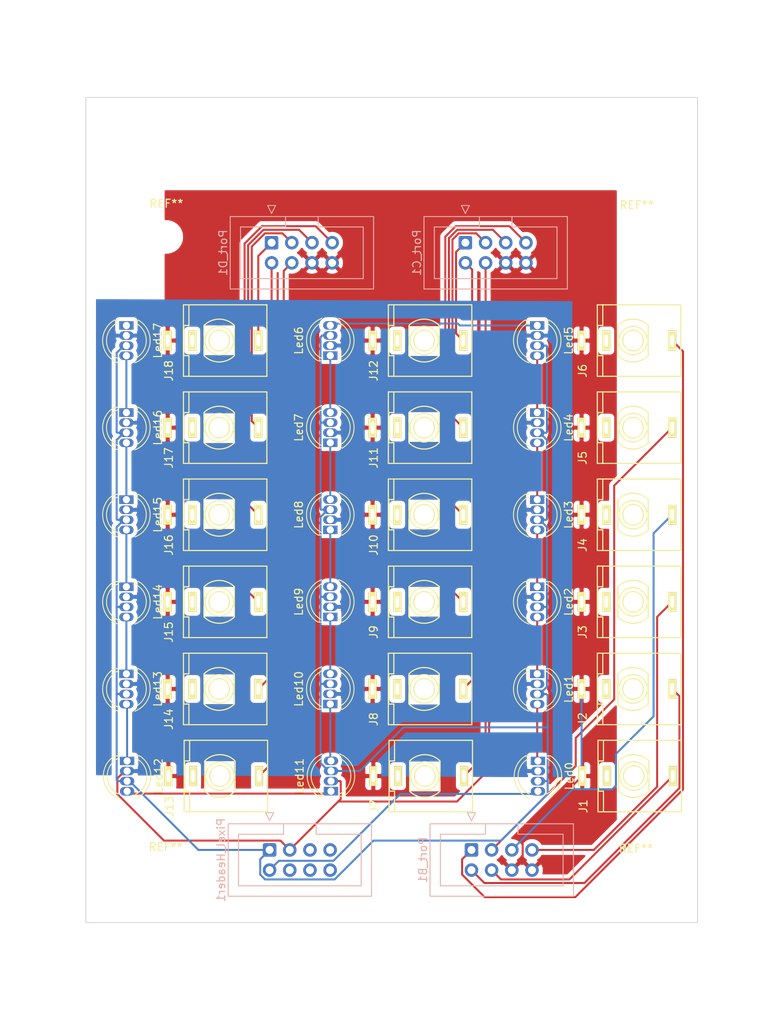
<source format=kicad_pcb>
(kicad_pcb (version 20171130) (host pcbnew "(5.1.6)-1")
  (layers (0 F.Cu signal) (31 B.Cu signal) (34 B.Paste user) (35 F.Paste user) (36 B.SilkS user) (37 F.SilkS user) (38 B.Mask user) (39 F.Mask user) (44 Edge.Cuts user))
  (net 0 "")
  (net 1 GND)
  (net 2 Port_B_4)
  (net 3 Port_B_5)
  (net 4 Port_B_3)
  (net 5 Port_B_2)
  (net 6 Port_B_1)
  (net 7 Port_B_0)
  (net 8 Port_C_4)
  (net 9 Port_C_5)
  (net 10 Port_C_3)
  (net 11 Port_C_2)
  (net 12 Port_C_1)
  (net 13 Port_C_0)
  (net 14 Port_D_4)
  (net 15 Port_D_5)
  (net 16 Port_D_3)
  (net 17 Port_D_2)
  (net 18 Port_D_1)
  (net 19 Port_D_0)
  (net 20 "Net-(Led0-Pad1)")
  (net 21 Pixel_GND)
  (net 22 Pixel_Data)
  (net 23 Pixel_VDD)
  (net 24 "Net-(Led1-Pad1)")
  (net 25 "Net-(Led2-Pad1)")
  (net 26 "Net-(Led3-Pad1)")
  (net 27 "Net-(Led5-Pad1)")
  (net 28 "Net-(Led6-Pad1)")
  (net 29 "Net-(Led10-Pad1)")
  (net 30 "Net-(Led10-Pad4)")
  (net 31 "Net-(Led11-Pad1)")
  (net 32 "Net-(Led12-Pad1)")
  (net 33 "Net-(Led14-Pad1)")
  (net 34 "Net-(Led15-Pad1)")
  (net 35 "Net-(Led4-Pad1)")
  (net 36 "Net-(Led13-Pad1)")
  (net 37 "Net-(Led16-Pad1)")
  (net 38 "Net-(Led7-Pad1)")
  (net 39 "Net-(Led8-Pad1)")
  (module MountingHole:MountingHole_3.2mm_M3 (layer F.Cu) (at -542.938 137.682)
    (fp_text reference REF** (at 0 -4.2) (layer F.SilkS))
    (fp_text value MountingHole_3.2mm_M3)
    (pad 1 np_thru_hole circle (at 0 0) (size 3.2 3.2) (drill 3.2) (layers *.Cu *.Mask))
  )
  (module MountingHole:MountingHole_3.2mm_M3 (layer F.Cu) (at -483.758 137.862)
    (fp_text reference REF** (at 0 -4.2) (layer F.SilkS))
    (fp_text value MountingHole_3.2mm_M3)
    (pad 1 np_thru_hole circle (at 0 0) (size 3.2 3.2) (drill 3.2) (layers *.Cu *.Mask))
  )
  (module MountingHole:MountingHole_3.2mm_M3 (layer F.Cu) (at -483.668 56.842)
    (fp_text reference REF** (at 0 -4.2) (layer F.SilkS))
    (fp_text value MountingHole_3.2mm_M3)
    (pad 1 np_thru_hole circle (at 0 0) (size 3.2 3.2) (drill 3.2) (layers *.Cu *.Mask))
  )
  (module MountingHole:MountingHole_3.2mm_M3 (layer F.Cu) (at -542.848 56.662)
    (fp_text reference REF** (at 0 -4.2) (layer F.SilkS))
    (fp_text value MountingHole_3.2mm_M3)
    (pad 1 np_thru_hole circle (at 0 0) (size 3.2 3.2) (drill 3.2) (layers *.Cu *.Mask))
  )
  (module Connector_IDC:IDC-Header_2x04_P2.54mm_Vertical (layer B.Cu) (at -529.854 133.8418 270)
    (fp_text reference Pixel_Header1 (at 1.27 6.1 90) (layer B.SilkS) (effects (justify mirror)))
    (fp_text value Conn_02x04_Odd_Even)
    (pad 8 thru_hole circle (at 2.54 -7.62 270) (size 1.7 1.7) (drill 1) (layers *.Cu *.Mask))
    (pad 6 thru_hole circle (at 2.54 -5.08 270) (size 1.7 1.7) (drill 1) (layers *.Cu *.Mask))
    (pad 4 thru_hole circle (at 2.54 -2.54 270) (size 1.7 1.7) (drill 1) (layers *.Cu *.Mask))
    (pad 2 thru_hole circle (at 2.54 0 270) (size 1.7 1.7) (drill 1) (layers *.Cu *.Mask) (net 22 Pixel_Data))
    (pad 7 thru_hole circle (at 0 -7.62 270) (size 1.7 1.7) (drill 1) (layers *.Cu *.Mask))
    (pad 5 thru_hole circle (at 0 -5.08 270) (size 1.7 1.7) (drill 1) (layers *.Cu *.Mask))
    (pad 3 thru_hole circle (at 0 -2.54 270) (size 1.7 1.7) (drill 1) (layers *.Cu *.Mask) (net 21 Pixel_GND))
    (pad 1 thru_hole roundrect (at 0 0 270) (size 1.7 1.7) (drill 1) (layers *.Cu *.Mask) (roundrect_rratio 0.147059) (net 23 Pixel_VDD))
  )
  (module LEDs:LED_D5.0mm-4 (layer F.Cu) (at -547.8718 67.81003 270)
    (fp_text reference Led17 (at 1.905 -3.96 90) (layer F.SilkS))
    (fp_text value NeoPixel_THT)
    (pad 4 thru_hole oval (at 3.81 0 270) (size 1.07 1.8) (drill 0.9) (layers *.Cu *.Mask) (net 37 "Net-(Led16-Pad1)"))
    (pad 3 thru_hole oval (at 2.54 0 270) (size 1.07 1.8) (drill 0.9) (layers *.Cu *.Mask) (net 23 Pixel_VDD))
    (pad 2 thru_hole oval (at 1.27 0 270) (size 1.07 1.8) (drill 0.9) (layers *.Cu *.Mask) (net 21 Pixel_GND))
    (pad 1 thru_hole rect (at 0 0 270) (size 1.07 1.8) (drill 0.9) (layers *.Cu *.Mask))
  )
  (module LEDs:LED_D5.0mm-4 (layer F.Cu) (at -547.8718 78.776284 270)
    (fp_text reference Led16 (at 1.905 -3.96 90) (layer F.SilkS))
    (fp_text value NeoPixel_THT)
    (pad 4 thru_hole oval (at 3.81 0 270) (size 1.07 1.8) (drill 0.9) (layers *.Cu *.Mask) (net 34 "Net-(Led15-Pad1)"))
    (pad 3 thru_hole oval (at 2.54 0 270) (size 1.07 1.8) (drill 0.9) (layers *.Cu *.Mask) (net 23 Pixel_VDD))
    (pad 2 thru_hole oval (at 1.27 0 270) (size 1.07 1.8) (drill 0.9) (layers *.Cu *.Mask) (net 21 Pixel_GND))
    (pad 1 thru_hole rect (at 0 0 270) (size 1.07 1.8) (drill 0.9) (layers *.Cu *.Mask) (net 37 "Net-(Led16-Pad1)"))
  )
  (module LEDs:LED_D5.0mm-4 (layer F.Cu) (at -547.8718 89.742538 270)
    (fp_text reference Led15 (at 1.905 -3.96 90) (layer F.SilkS))
    (fp_text value NeoPixel_THT)
    (pad 4 thru_hole oval (at 3.81 0 270) (size 1.07 1.8) (drill 0.9) (layers *.Cu *.Mask) (net 33 "Net-(Led14-Pad1)"))
    (pad 3 thru_hole oval (at 2.54 0 270) (size 1.07 1.8) (drill 0.9) (layers *.Cu *.Mask) (net 23 Pixel_VDD))
    (pad 2 thru_hole oval (at 1.27 0 270) (size 1.07 1.8) (drill 0.9) (layers *.Cu *.Mask) (net 21 Pixel_GND))
    (pad 1 thru_hole rect (at 0 0 270) (size 1.07 1.8) (drill 0.9) (layers *.Cu *.Mask) (net 34 "Net-(Led15-Pad1)"))
  )
  (module LEDs:LED_D5.0mm-4 (layer F.Cu) (at -547.8718 100.708792 270)
    (fp_text reference Led14 (at 1.905 -3.96 90) (layer F.SilkS))
    (fp_text value NeoPixel_THT)
    (pad 4 thru_hole oval (at 3.81 0 270) (size 1.07 1.8) (drill 0.9) (layers *.Cu *.Mask) (net 36 "Net-(Led13-Pad1)"))
    (pad 3 thru_hole oval (at 2.54 0 270) (size 1.07 1.8) (drill 0.9) (layers *.Cu *.Mask) (net 23 Pixel_VDD))
    (pad 2 thru_hole oval (at 1.27 0 270) (size 1.07 1.8) (drill 0.9) (layers *.Cu *.Mask) (net 21 Pixel_GND))
    (pad 1 thru_hole rect (at 0 0 270) (size 1.07 1.8) (drill 0.9) (layers *.Cu *.Mask) (net 33 "Net-(Led14-Pad1)"))
  )
  (module LEDs:LED_D5.0mm-4 (layer F.Cu) (at -547.8718 111.675046 270)
    (fp_text reference Led13 (at 1.905 -3.96 90) (layer F.SilkS))
    (fp_text value NeoPixel_THT)
    (pad 4 thru_hole oval (at 3.81 0 270) (size 1.07 1.8) (drill 0.9) (layers *.Cu *.Mask) (net 32 "Net-(Led12-Pad1)"))
    (pad 3 thru_hole oval (at 2.54 0 270) (size 1.07 1.8) (drill 0.9) (layers *.Cu *.Mask) (net 23 Pixel_VDD))
    (pad 2 thru_hole oval (at 1.27 0 270) (size 1.07 1.8) (drill 0.9) (layers *.Cu *.Mask) (net 21 Pixel_GND))
    (pad 1 thru_hole rect (at 0 0 270) (size 1.07 1.8) (drill 0.9) (layers *.Cu *.Mask) (net 36 "Net-(Led13-Pad1)"))
  )
  (module LEDs:LED_D5.0mm-4 (layer F.Cu) (at -547.7829 122.6413 270)
    (fp_text reference Led12 (at 1.905 -3.96 90) (layer F.SilkS))
    (fp_text value NeoPixel_THT)
    (pad 4 thru_hole oval (at 3.81 0 270) (size 1.07 1.8) (drill 0.9) (layers *.Cu *.Mask) (net 31 "Net-(Led11-Pad1)"))
    (pad 3 thru_hole oval (at 2.54 0 270) (size 1.07 1.8) (drill 0.9) (layers *.Cu *.Mask) (net 23 Pixel_VDD))
    (pad 2 thru_hole oval (at 1.27 0 270) (size 1.07 1.8) (drill 0.9) (layers *.Cu *.Mask) (net 21 Pixel_GND))
    (pad 1 thru_hole rect (at 0 0 270) (size 1.07 1.8) (drill 0.9) (layers *.Cu *.Mask) (net 32 "Net-(Led12-Pad1)"))
  )
  (module LEDs:LED_D5.0mm-4 (layer F.Cu) (at -522.1289 126.4413 90)
    (fp_text reference Led11 (at 1.905 -3.96 90) (layer F.SilkS))
    (fp_text value NeoPixel_THT)
    (pad 4 thru_hole oval (at 3.81 0 90) (size 1.07 1.8) (drill 0.9) (layers *.Cu *.Mask) (net 29 "Net-(Led10-Pad1)"))
    (pad 3 thru_hole oval (at 2.54 0 90) (size 1.07 1.8) (drill 0.9) (layers *.Cu *.Mask) (net 23 Pixel_VDD))
    (pad 2 thru_hole oval (at 1.27 0 90) (size 1.07 1.8) (drill 0.9) (layers *.Cu *.Mask) (net 21 Pixel_GND))
    (pad 1 thru_hole rect (at 0 0 90) (size 1.07 1.8) (drill 0.9) (layers *.Cu *.Mask) (net 31 "Net-(Led11-Pad1)"))
  )
  (module LEDs:LED_D5.0mm-4 (layer F.Cu) (at -522.2178 115.475046 90)
    (fp_text reference Led10 (at 1.905 -3.96 90) (layer F.SilkS))
    (fp_text value NeoPixel_THT)
    (pad 4 thru_hole oval (at 3.81 0 90) (size 1.07 1.8) (drill 0.9) (layers *.Cu *.Mask) (net 30 "Net-(Led10-Pad4)"))
    (pad 3 thru_hole oval (at 2.54 0 90) (size 1.07 1.8) (drill 0.9) (layers *.Cu *.Mask) (net 23 Pixel_VDD))
    (pad 2 thru_hole oval (at 1.27 0 90) (size 1.07 1.8) (drill 0.9) (layers *.Cu *.Mask) (net 21 Pixel_GND))
    (pad 1 thru_hole rect (at 0 0 90) (size 1.07 1.8) (drill 0.9) (layers *.Cu *.Mask) (net 29 "Net-(Led10-Pad1)"))
  )
  (module LEDs:LED_D5.0mm-4 (layer F.Cu) (at -522.2178 104.508792 90)
    (fp_text reference Led9 (at 1.905 -3.96 90) (layer F.SilkS))
    (fp_text value NeoPixel_THT)
    (pad 4 thru_hole oval (at 3.81 0 90) (size 1.07 1.8) (drill 0.9) (layers *.Cu *.Mask) (net 39 "Net-(Led8-Pad1)"))
    (pad 3 thru_hole oval (at 2.54 0 90) (size 1.07 1.8) (drill 0.9) (layers *.Cu *.Mask) (net 23 Pixel_VDD))
    (pad 2 thru_hole oval (at 1.27 0 90) (size 1.07 1.8) (drill 0.9) (layers *.Cu *.Mask) (net 21 Pixel_GND))
    (pad 1 thru_hole rect (at 0 0 90) (size 1.07 1.8) (drill 0.9) (layers *.Cu *.Mask) (net 30 "Net-(Led10-Pad4)"))
  )
  (module LEDs:LED_D5.0mm-4 (layer F.Cu) (at -522.2178 93.542538 90)
    (fp_text reference Led8 (at 1.905 -3.96 90) (layer F.SilkS))
    (fp_text value NeoPixel_THT)
    (pad 4 thru_hole oval (at 3.81 0 90) (size 1.07 1.8) (drill 0.9) (layers *.Cu *.Mask) (net 38 "Net-(Led7-Pad1)"))
    (pad 3 thru_hole oval (at 2.54 0 90) (size 1.07 1.8) (drill 0.9) (layers *.Cu *.Mask) (net 23 Pixel_VDD))
    (pad 2 thru_hole oval (at 1.27 0 90) (size 1.07 1.8) (drill 0.9) (layers *.Cu *.Mask) (net 21 Pixel_GND))
    (pad 1 thru_hole rect (at 0 0 90) (size 1.07 1.8) (drill 0.9) (layers *.Cu *.Mask) (net 39 "Net-(Led8-Pad1)"))
  )
  (module LEDs:LED_D5.0mm-4 (layer F.Cu) (at -522.2178 82.576284 90)
    (fp_text reference Led7 (at 1.905 -3.96 90) (layer F.SilkS))
    (fp_text value NeoPixel_THT)
    (pad 4 thru_hole oval (at 3.81 0 90) (size 1.07 1.8) (drill 0.9) (layers *.Cu *.Mask) (net 28 "Net-(Led6-Pad1)"))
    (pad 3 thru_hole oval (at 2.54 0 90) (size 1.07 1.8) (drill 0.9) (layers *.Cu *.Mask) (net 23 Pixel_VDD))
    (pad 2 thru_hole oval (at 1.27 0 90) (size 1.07 1.8) (drill 0.9) (layers *.Cu *.Mask) (net 21 Pixel_GND))
    (pad 1 thru_hole rect (at 0 0 90) (size 1.07 1.8) (drill 0.9) (layers *.Cu *.Mask) (net 38 "Net-(Led7-Pad1)"))
  )
  (module LEDs:LED_D5.0mm-4 (layer F.Cu) (at -522.2178 71.61003 90)
    (fp_text reference Led6 (at 1.905 -3.96 90) (layer F.SilkS))
    (fp_text value NeoPixel_THT)
    (pad 4 thru_hole oval (at 3.81 0 90) (size 1.07 1.8) (drill 0.9) (layers *.Cu *.Mask) (net 27 "Net-(Led5-Pad1)"))
    (pad 3 thru_hole oval (at 2.54 0 90) (size 1.07 1.8) (drill 0.9) (layers *.Cu *.Mask) (net 23 Pixel_VDD))
    (pad 2 thru_hole oval (at 1.27 0 90) (size 1.07 1.8) (drill 0.9) (layers *.Cu *.Mask) (net 21 Pixel_GND))
    (pad 1 thru_hole rect (at 0 0 90) (size 1.07 1.8) (drill 0.9) (layers *.Cu *.Mask) (net 28 "Net-(Led6-Pad1)"))
  )
  (module LEDs:LED_D5.0mm-4 (layer F.Cu) (at -496.1764 67.81003 270)
    (fp_text reference Led5 (at 1.905 -3.96 90) (layer F.SilkS))
    (fp_text value NeoPixel_THT)
    (pad 4 thru_hole oval (at 3.81 0 270) (size 1.07 1.8) (drill 0.9) (layers *.Cu *.Mask) (net 35 "Net-(Led4-Pad1)"))
    (pad 3 thru_hole oval (at 2.54 0 270) (size 1.07 1.8) (drill 0.9) (layers *.Cu *.Mask) (net 23 Pixel_VDD))
    (pad 2 thru_hole oval (at 1.27 0 270) (size 1.07 1.8) (drill 0.9) (layers *.Cu *.Mask) (net 21 Pixel_GND))
    (pad 1 thru_hole rect (at 0 0 270) (size 1.07 1.8) (drill 0.9) (layers *.Cu *.Mask) (net 27 "Net-(Led5-Pad1)"))
  )
  (module LEDs:LED_D5.0mm-4 (layer F.Cu) (at -496.1764 78.776284 270)
    (fp_text reference Led4 (at 1.905 -3.96 90) (layer F.SilkS))
    (fp_text value NeoPixel_THT)
    (pad 4 thru_hole oval (at 3.81 0 270) (size 1.07 1.8) (drill 0.9) (layers *.Cu *.Mask) (net 26 "Net-(Led3-Pad1)"))
    (pad 3 thru_hole oval (at 2.54 0 270) (size 1.07 1.8) (drill 0.9) (layers *.Cu *.Mask) (net 23 Pixel_VDD))
    (pad 2 thru_hole oval (at 1.27 0 270) (size 1.07 1.8) (drill 0.9) (layers *.Cu *.Mask) (net 21 Pixel_GND))
    (pad 1 thru_hole rect (at 0 0 270) (size 1.07 1.8) (drill 0.9) (layers *.Cu *.Mask) (net 35 "Net-(Led4-Pad1)"))
  )
  (module LEDs:LED_D5.0mm-4 (layer F.Cu) (at -496.1764 89.742538 270)
    (fp_text reference Led3 (at 1.905 -3.96 90) (layer F.SilkS))
    (fp_text value NeoPixel_THT)
    (pad 4 thru_hole oval (at 3.81 0 270) (size 1.07 1.8) (drill 0.9) (layers *.Cu *.Mask) (net 25 "Net-(Led2-Pad1)"))
    (pad 3 thru_hole oval (at 2.54 0 270) (size 1.07 1.8) (drill 0.9) (layers *.Cu *.Mask) (net 23 Pixel_VDD))
    (pad 2 thru_hole oval (at 1.27 0 270) (size 1.07 1.8) (drill 0.9) (layers *.Cu *.Mask) (net 21 Pixel_GND))
    (pad 1 thru_hole rect (at 0 0 270) (size 1.07 1.8) (drill 0.9) (layers *.Cu *.Mask) (net 26 "Net-(Led3-Pad1)"))
  )
  (module LEDs:LED_D5.0mm-4 (layer F.Cu) (at -496.1764 100.708792 270)
    (fp_text reference Led2 (at 1.905 -3.96 90) (layer F.SilkS))
    (fp_text value NeoPixel_THT)
    (pad 4 thru_hole oval (at 3.81 0 270) (size 1.07 1.8) (drill 0.9) (layers *.Cu *.Mask) (net 24 "Net-(Led1-Pad1)"))
    (pad 3 thru_hole oval (at 2.54 0 270) (size 1.07 1.8) (drill 0.9) (layers *.Cu *.Mask) (net 23 Pixel_VDD))
    (pad 2 thru_hole oval (at 1.27 0 270) (size 1.07 1.8) (drill 0.9) (layers *.Cu *.Mask) (net 21 Pixel_GND))
    (pad 1 thru_hole rect (at 0 0 270) (size 1.07 1.8) (drill 0.9) (layers *.Cu *.Mask) (net 25 "Net-(Led2-Pad1)"))
  )
  (module LEDs:LED_D5.0mm-4 (layer F.Cu) (at -496.1764 111.675046 270)
    (fp_text reference Led1 (at 1.905 -3.96 90) (layer F.SilkS))
    (fp_text value NeoPixel_THT)
    (pad 4 thru_hole oval (at 3.81 0 270) (size 1.07 1.8) (drill 0.9) (layers *.Cu *.Mask) (net 20 "Net-(Led0-Pad1)"))
    (pad 3 thru_hole oval (at 2.54 0 270) (size 1.07 1.8) (drill 0.9) (layers *.Cu *.Mask) (net 23 Pixel_VDD))
    (pad 2 thru_hole oval (at 1.27 0 270) (size 1.07 1.8) (drill 0.9) (layers *.Cu *.Mask) (net 21 Pixel_GND))
    (pad 1 thru_hole rect (at 0 0 270) (size 1.07 1.8) (drill 0.9) (layers *.Cu *.Mask) (net 24 "Net-(Led1-Pad1)"))
  )
  (module LEDs:LED_D5.0mm-4 (layer F.Cu) (at -496.0875 122.6413 270)
    (fp_text reference Led0 (at 1.905 -3.96 90) (layer F.SilkS))
    (fp_text value NeoPixel_THT)
    (pad 4 thru_hole oval (at 3.81 0 270) (size 1.07 1.8) (drill 0.9) (layers *.Cu *.Mask) (net 22 Pixel_Data))
    (pad 3 thru_hole oval (at 2.54 0 270) (size 1.07 1.8) (drill 0.9) (layers *.Cu *.Mask) (net 23 Pixel_VDD))
    (pad 2 thru_hole oval (at 1.27 0 270) (size 1.07 1.8) (drill 0.9) (layers *.Cu *.Mask) (net 21 Pixel_GND))
    (pad 1 thru_hole rect (at 0 0 270) (size 1.07 1.8) (drill 0.9) (layers *.Cu *.Mask) (net 20 "Net-(Led0-Pad1)"))
  )
  (module Connector_IDC:IDC-Header_2x04_P2.54mm_Vertical (layer B.Cu) (at -529.6 57.3878 270)
    (fp_text reference Port_D1 (at 1.27 6.1 270) (layer B.SilkS) (effects (justify mirror)))
    (fp_text value Conn_02x04_Odd_Even)
    (pad 8 thru_hole circle (at 2.54 -7.62 270) (size 1.7 1.7) (drill 1) (layers *.Cu *.Mask) (net 1 GND))
    (pad 6 thru_hole circle (at 2.54 -5.08 270) (size 1.7 1.7) (drill 1) (layers *.Cu *.Mask) (net 1 GND))
    (pad 4 thru_hole circle (at 2.54 -2.54 270) (size 1.7 1.7) (drill 1) (layers *.Cu *.Mask) (net 15 Port_D_5))
    (pad 2 thru_hole circle (at 2.54 0 270) (size 1.7 1.7) (drill 1) (layers *.Cu *.Mask) (net 14 Port_D_4))
    (pad 7 thru_hole circle (at 0 -7.62 270) (size 1.7 1.7) (drill 1) (layers *.Cu *.Mask) (net 16 Port_D_3))
    (pad 5 thru_hole circle (at 0 -5.08 270) (size 1.7 1.7) (drill 1) (layers *.Cu *.Mask) (net 17 Port_D_2))
    (pad 3 thru_hole circle (at 0 -2.54 270) (size 1.7 1.7) (drill 1) (layers *.Cu *.Mask) (net 18 Port_D_1))
    (pad 1 thru_hole roundrect (at 0 0 270) (size 1.7 1.7) (drill 1) (layers *.Cu *.Mask) (roundrect_rratio 0.147059) (net 19 Port_D_0))
  )
  (module Connector_IDC:IDC-Header_2x04_P2.54mm_Vertical (layer B.Cu) (at -505.216 57.3878 270)
    (fp_text reference Port_C1 (at 1.27 6.1 270) (layer B.SilkS) (effects (justify mirror)))
    (fp_text value Conn_02x04_Odd_Even)
    (pad 8 thru_hole circle (at 2.54 -7.62 270) (size 1.7 1.7) (drill 1) (layers *.Cu *.Mask) (net 1 GND))
    (pad 6 thru_hole circle (at 2.54 -5.08 270) (size 1.7 1.7) (drill 1) (layers *.Cu *.Mask) (net 1 GND))
    (pad 4 thru_hole circle (at 2.54 -2.54 270) (size 1.7 1.7) (drill 1) (layers *.Cu *.Mask) (net 9 Port_C_5))
    (pad 2 thru_hole circle (at 2.54 0 270) (size 1.7 1.7) (drill 1) (layers *.Cu *.Mask) (net 8 Port_C_4))
    (pad 7 thru_hole circle (at 0 -7.62 270) (size 1.7 1.7) (drill 1) (layers *.Cu *.Mask) (net 10 Port_C_3))
    (pad 5 thru_hole circle (at 0 -5.08 270) (size 1.7 1.7) (drill 1) (layers *.Cu *.Mask) (net 11 Port_C_2))
    (pad 3 thru_hole circle (at 0 -2.54 270) (size 1.7 1.7) (drill 1) (layers *.Cu *.Mask) (net 12 Port_C_1))
    (pad 1 thru_hole roundrect (at 0 0 270) (size 1.7 1.7) (drill 1) (layers *.Cu *.Mask) (roundrect_rratio 0.147059) (net 13 Port_C_0))
  )
  (module Connector_IDC:IDC-Header_2x04_P2.54mm_Vertical (layer B.Cu) (at -504.454 133.8418 270)
    (fp_text reference Port_B1 (at 1.27 6.1 270) (layer B.SilkS) (effects (justify mirror)))
    (fp_text value Conn_02x04_Odd_Even)
    (pad 8 thru_hole circle (at 2.54 -7.62 270) (size 1.7 1.7) (drill 1) (layers *.Cu *.Mask) (net 1 GND))
    (pad 6 thru_hole circle (at 2.54 -5.08 270) (size 1.7 1.7) (drill 1) (layers *.Cu *.Mask) (net 1 GND))
    (pad 4 thru_hole circle (at 2.54 -2.54 270) (size 1.7 1.7) (drill 1) (layers *.Cu *.Mask) (net 3 Port_B_5))
    (pad 2 thru_hole circle (at 2.54 0 270) (size 1.7 1.7) (drill 1) (layers *.Cu *.Mask) (net 2 Port_B_4))
    (pad 7 thru_hole circle (at 0 -7.62 270) (size 1.7 1.7) (drill 1) (layers *.Cu *.Mask) (net 4 Port_B_3))
    (pad 5 thru_hole circle (at 0 -5.08 270) (size 1.7 1.7) (drill 1) (layers *.Cu *.Mask) (net 5 Port_B_2))
    (pad 3 thru_hole circle (at 0 -2.54 270) (size 1.7 1.7) (drill 1) (layers *.Cu *.Mask) (net 6 Port_B_1))
    (pad 1 thru_hole roundrect (at 0 0 270) (size 1.7 1.7) (drill 1) (layers *.Cu *.Mask) (roundrect_rratio 0.147059) (net 7 Port_B_0))
  )
  (module footprints:thonkiconn_fuzzySi (layer F.Cu) (at -536.194198 69.71003 270)
    (fp_text reference J18 (at 3.81 6.35 90) (layer F.SilkS))
    (fp_text value fuzzySI_thonkiconn hide)
    (pad 1 thru_hole rect (at 0 6.48 270) (size 2.5 1) (drill oval 1.5 0.5) (layers *.Cu *.Mask F.SilkS) (net 1 GND))
    (pad 2 thru_hole rect (at 0 3.38 270) (size 2.5 1) (drill oval 1.5 0.5) (layers *.Cu *.Mask F.SilkS))
    (pad 3 thru_hole rect (at 0 -4.92 270) (size 2.5 1) (drill oval 1.5 0.5) (layers *.Cu *.Mask F.SilkS) (net 19 Port_D_0))
  )
  (module footprints:thonkiconn_fuzzySi (layer F.Cu) (at -536.194198 80.676284 270)
    (fp_text reference J17 (at 3.81 6.35 90) (layer F.SilkS))
    (fp_text value fuzzySI_thonkiconn hide)
    (pad 1 thru_hole rect (at 0 6.48 270) (size 2.5 1) (drill oval 1.5 0.5) (layers *.Cu *.Mask F.SilkS) (net 1 GND))
    (pad 2 thru_hole rect (at 0 3.38 270) (size 2.5 1) (drill oval 1.5 0.5) (layers *.Cu *.Mask F.SilkS))
    (pad 3 thru_hole rect (at 0 -4.92 270) (size 2.5 1) (drill oval 1.5 0.5) (layers *.Cu *.Mask F.SilkS) (net 18 Port_D_1))
  )
  (module footprints:thonkiconn_fuzzySi (layer F.Cu) (at -536.194198 91.642538 270)
    (fp_text reference J16 (at 3.81 6.35 90) (layer F.SilkS))
    (fp_text value fuzzySI_thonkiconn hide)
    (pad 1 thru_hole rect (at 0 6.48 270) (size 2.5 1) (drill oval 1.5 0.5) (layers *.Cu *.Mask F.SilkS) (net 1 GND))
    (pad 2 thru_hole rect (at 0 3.38 270) (size 2.5 1) (drill oval 1.5 0.5) (layers *.Cu *.Mask F.SilkS))
    (pad 3 thru_hole rect (at 0 -4.92 270) (size 2.5 1) (drill oval 1.5 0.5) (layers *.Cu *.Mask F.SilkS) (net 17 Port_D_2))
  )
  (module footprints:thonkiconn_fuzzySi (layer F.Cu) (at -536.194198 102.608792 270)
    (fp_text reference J15 (at 3.81 6.35 90) (layer F.SilkS))
    (fp_text value fuzzySI_thonkiconn hide)
    (pad 1 thru_hole rect (at 0 6.48 270) (size 2.5 1) (drill oval 1.5 0.5) (layers *.Cu *.Mask F.SilkS) (net 1 GND))
    (pad 2 thru_hole rect (at 0 3.38 270) (size 2.5 1) (drill oval 1.5 0.5) (layers *.Cu *.Mask F.SilkS))
    (pad 3 thru_hole rect (at 0 -4.92 270) (size 2.5 1) (drill oval 1.5 0.5) (layers *.Cu *.Mask F.SilkS) (net 16 Port_D_3))
  )
  (module footprints:thonkiconn_fuzzySi (layer F.Cu) (at -536.194198 113.575046 270)
    (fp_text reference J14 (at 3.81 6.35 90) (layer F.SilkS))
    (fp_text value fuzzySI_thonkiconn hide)
    (pad 1 thru_hole rect (at 0 6.48 270) (size 2.5 1) (drill oval 1.5 0.5) (layers *.Cu *.Mask F.SilkS) (net 1 GND))
    (pad 2 thru_hole rect (at 0 3.38 270) (size 2.5 1) (drill oval 1.5 0.5) (layers *.Cu *.Mask F.SilkS))
    (pad 3 thru_hole rect (at 0 -4.92 270) (size 2.5 1) (drill oval 1.5 0.5) (layers *.Cu *.Mask F.SilkS) (net 14 Port_D_4))
  )
  (module footprints:thonkiconn_fuzzySi (layer F.Cu) (at -536.105298 124.5413 270)
    (fp_text reference J13 (at 3.81 6.35 90) (layer F.SilkS))
    (fp_text value fuzzySI_thonkiconn hide)
    (pad 1 thru_hole rect (at 0 6.48 270) (size 2.5 1) (drill oval 1.5 0.5) (layers *.Cu *.Mask F.SilkS) (net 1 GND))
    (pad 2 thru_hole rect (at 0 3.38 270) (size 2.5 1) (drill oval 1.5 0.5) (layers *.Cu *.Mask F.SilkS))
    (pad 3 thru_hole rect (at 0 -4.92 270) (size 2.5 1) (drill oval 1.5 0.5) (layers *.Cu *.Mask F.SilkS) (net 15 Port_D_5))
  )
  (module footprints:thonkiconn_fuzzySi (layer F.Cu) (at -510.409999 69.71003 270)
    (fp_text reference J12 (at 3.81 6.35 90) (layer F.SilkS))
    (fp_text value fuzzySI_thonkiconn hide)
    (pad 1 thru_hole rect (at 0 6.48 270) (size 2.5 1) (drill oval 1.5 0.5) (layers *.Cu *.Mask F.SilkS) (net 1 GND))
    (pad 2 thru_hole rect (at 0 3.38 270) (size 2.5 1) (drill oval 1.5 0.5) (layers *.Cu *.Mask F.SilkS))
    (pad 3 thru_hole rect (at 0 -4.92 270) (size 2.5 1) (drill oval 1.5 0.5) (layers *.Cu *.Mask F.SilkS) (net 13 Port_C_0))
  )
  (module footprints:thonkiconn_fuzzySi (layer F.Cu) (at -510.409999 80.676284 270)
    (fp_text reference J11 (at 3.81 6.35 90) (layer F.SilkS))
    (fp_text value fuzzySI_thonkiconn hide)
    (pad 1 thru_hole rect (at 0 6.48 270) (size 2.5 1) (drill oval 1.5 0.5) (layers *.Cu *.Mask F.SilkS) (net 1 GND))
    (pad 2 thru_hole rect (at 0 3.38 270) (size 2.5 1) (drill oval 1.5 0.5) (layers *.Cu *.Mask F.SilkS))
    (pad 3 thru_hole rect (at 0 -4.92 270) (size 2.5 1) (drill oval 1.5 0.5) (layers *.Cu *.Mask F.SilkS) (net 12 Port_C_1))
  )
  (module footprints:thonkiconn_fuzzySi (layer F.Cu) (at -510.409999 91.642538 270)
    (fp_text reference J10 (at 3.81 6.35 90) (layer F.SilkS))
    (fp_text value fuzzySI_thonkiconn hide)
    (pad 1 thru_hole rect (at 0 6.48 270) (size 2.5 1) (drill oval 1.5 0.5) (layers *.Cu *.Mask F.SilkS) (net 1 GND))
    (pad 2 thru_hole rect (at 0 3.38 270) (size 2.5 1) (drill oval 1.5 0.5) (layers *.Cu *.Mask F.SilkS))
    (pad 3 thru_hole rect (at 0 -4.92 270) (size 2.5 1) (drill oval 1.5 0.5) (layers *.Cu *.Mask F.SilkS) (net 11 Port_C_2))
  )
  (module footprints:thonkiconn_fuzzySi (layer F.Cu) (at -510.409999 102.608792 270)
    (fp_text reference J9 (at 3.81 6.35 90) (layer F.SilkS))
    (fp_text value fuzzySI_thonkiconn hide)
    (pad 1 thru_hole rect (at 0 6.48 270) (size 2.5 1) (drill oval 1.5 0.5) (layers *.Cu *.Mask F.SilkS) (net 1 GND))
    (pad 2 thru_hole rect (at 0 3.38 270) (size 2.5 1) (drill oval 1.5 0.5) (layers *.Cu *.Mask F.SilkS))
    (pad 3 thru_hole rect (at 0 -4.92 270) (size 2.5 1) (drill oval 1.5 0.5) (layers *.Cu *.Mask F.SilkS) (net 10 Port_C_3))
  )
  (module footprints:thonkiconn_fuzzySi (layer F.Cu) (at -510.409999 113.575046 270)
    (fp_text reference J8 (at 3.81 6.35 90) (layer F.SilkS))
    (fp_text value fuzzySI_thonkiconn hide)
    (pad 1 thru_hole rect (at 0 6.48 270) (size 2.5 1) (drill oval 1.5 0.5) (layers *.Cu *.Mask F.SilkS) (net 1 GND))
    (pad 2 thru_hole rect (at 0 3.38 270) (size 2.5 1) (drill oval 1.5 0.5) (layers *.Cu *.Mask F.SilkS))
    (pad 3 thru_hole rect (at 0 -4.92 270) (size 2.5 1) (drill oval 1.5 0.5) (layers *.Cu *.Mask F.SilkS) (net 8 Port_C_4))
  )
  (module footprints:thonkiconn_fuzzySi (layer F.Cu) (at -510.321099 124.5413 270)
    (fp_text reference J7 (at 3.81 6.35 90) (layer F.SilkS))
    (fp_text value fuzzySI_thonkiconn hide)
    (pad 1 thru_hole rect (at 0 6.48 270) (size 2.5 1) (drill oval 1.5 0.5) (layers *.Cu *.Mask F.SilkS) (net 1 GND))
    (pad 2 thru_hole rect (at 0 3.38 270) (size 2.5 1) (drill oval 1.5 0.5) (layers *.Cu *.Mask F.SilkS))
    (pad 3 thru_hole rect (at 0 -4.92 270) (size 2.5 1) (drill oval 1.5 0.5) (layers *.Cu *.Mask F.SilkS) (net 9 Port_C_5))
  )
  (module footprints:thonkiconn_fuzzySi (layer F.Cu) (at -484.1178 69.71003 270)
    (fp_text reference J6 (at 3.81 6.35 90) (layer F.SilkS))
    (fp_text value fuzzySI_thonkiconn hide)
    (pad 1 thru_hole rect (at 0 6.48 270) (size 2.5 1) (drill oval 1.5 0.5) (layers *.Cu *.Mask F.SilkS) (net 1 GND))
    (pad 2 thru_hole rect (at 0 3.38 270) (size 2.5 1) (drill oval 1.5 0.5) (layers *.Cu *.Mask F.SilkS))
    (pad 3 thru_hole rect (at 0 -4.92 270) (size 2.5 1) (drill oval 1.5 0.5) (layers *.Cu *.Mask F.SilkS) (net 7 Port_B_0))
  )
  (module footprints:thonkiconn_fuzzySi (layer F.Cu) (at -484.1178 80.676284 270)
    (fp_text reference J5 (at 3.81 6.35 90) (layer F.SilkS))
    (fp_text value fuzzySI_thonkiconn hide)
    (pad 1 thru_hole rect (at 0 6.48 270) (size 2.5 1) (drill oval 1.5 0.5) (layers *.Cu *.Mask F.SilkS) (net 1 GND))
    (pad 2 thru_hole rect (at 0 3.38 270) (size 2.5 1) (drill oval 1.5 0.5) (layers *.Cu *.Mask F.SilkS))
    (pad 3 thru_hole rect (at 0 -4.92 270) (size 2.5 1) (drill oval 1.5 0.5) (layers *.Cu *.Mask F.SilkS) (net 6 Port_B_1))
  )
  (module footprints:thonkiconn_fuzzySi (layer F.Cu) (at -484.1178 91.642538 270)
    (fp_text reference J4 (at 3.81 6.35 90) (layer F.SilkS))
    (fp_text value fuzzySI_thonkiconn hide)
    (pad 1 thru_hole rect (at 0 6.48 270) (size 2.5 1) (drill oval 1.5 0.5) (layers *.Cu *.Mask F.SilkS) (net 1 GND))
    (pad 2 thru_hole rect (at 0 3.38 270) (size 2.5 1) (drill oval 1.5 0.5) (layers *.Cu *.Mask F.SilkS))
    (pad 3 thru_hole rect (at 0 -4.92 270) (size 2.5 1) (drill oval 1.5 0.5) (layers *.Cu *.Mask F.SilkS) (net 5 Port_B_2))
  )
  (module footprints:thonkiconn_fuzzySi (layer F.Cu) (at -484.1178 102.608792 270)
    (fp_text reference J3 (at 3.81 6.35 90) (layer F.SilkS))
    (fp_text value fuzzySI_thonkiconn hide)
    (pad 1 thru_hole rect (at 0 6.48 270) (size 2.5 1) (drill oval 1.5 0.5) (layers *.Cu *.Mask F.SilkS) (net 1 GND))
    (pad 2 thru_hole rect (at 0 3.38 270) (size 2.5 1) (drill oval 1.5 0.5) (layers *.Cu *.Mask F.SilkS))
    (pad 3 thru_hole rect (at 0 -4.92 270) (size 2.5 1) (drill oval 1.5 0.5) (layers *.Cu *.Mask F.SilkS) (net 4 Port_B_3))
  )
  (module footprints:thonkiconn_fuzzySi (layer F.Cu) (at -484.1178 113.575046 270)
    (fp_text reference J2 (at 3.81 6.35 90) (layer F.SilkS))
    (fp_text value fuzzySI_thonkiconn hide)
    (pad 1 thru_hole rect (at 0 6.48 270) (size 2.5 1) (drill oval 1.5 0.5) (layers *.Cu *.Mask F.SilkS) (net 1 GND))
    (pad 2 thru_hole rect (at 0 3.38 270) (size 2.5 1) (drill oval 1.5 0.5) (layers *.Cu *.Mask F.SilkS))
    (pad 3 thru_hole rect (at 0 -4.92 270) (size 2.5 1) (drill oval 1.5 0.5) (layers *.Cu *.Mask F.SilkS) (net 2 Port_B_4))
  )
  (module footprints:thonkiconn_fuzzySi (layer F.Cu) (at -484.0289 124.5413 270)
    (fp_text reference J1 (at 3.81 6.35 90) (layer F.SilkS))
    (fp_text value fuzzySI_thonkiconn hide)
    (pad 1 thru_hole rect (at 0 6.48 270) (size 2.5 1) (drill oval 1.5 0.5) (layers *.Cu *.Mask F.SilkS) (net 1 GND))
    (pad 2 thru_hole rect (at 0 3.38 270) (size 2.5 1) (drill oval 1.5 0.5) (layers *.Cu *.Mask F.SilkS))
    (pad 3 thru_hole rect (at 0 -4.92 270) (size 2.5 1) (drill oval 1.5 0.5) (layers *.Cu *.Mask F.SilkS) (net 3 Port_B_5))
  )
  (gr_line (start -476.006 39.0998) (end -476.006 142.9858) (layer Edge.Cuts) (width 0.1))
  (gr_line (start -552.968 39.0998) (end -476.006 39.0998) (layer Edge.Cuts) (width 0.1))
  (gr_line (start -552.968 142.9858) (end -552.968 39.0998) (layer Edge.Cuts) (width 0.1))
  (gr_line (start -476.006 142.9858) (end -552.968 142.9858) (layer Edge.Cuts) (width 0.1))
  (segment (start -498.009001 135.206799) (end -496.834 136.3818) (width 0.25) (layer F.Cu) (net 1))
  (segment (start -498.009001 132.041401) (end -498.009001 135.206799) (width 0.25) (layer F.Cu) (net 1))
  (segment (start -490.5089 124.5413) (end -498.009001 132.041401) (width 0.25) (layer F.Cu) (net 1))
  (segment (start -490.5978 124.4524) (end -490.5089 124.5413) (width 0.25) (layer B.Cu) (net 1))
  (segment (start -490.5978 113.575046) (end -490.5978 124.4524) (width 0.25) (layer B.Cu) (net 1))
  (segment (start -478.283899 114.488947) (end -479.1978 113.575046) (width 0.25) (layer F.Cu) (net 2))
  (segment (start -478.283899 126.051301) (end -478.283899 114.488947) (width 0.25) (layer F.Cu) (net 2))
  (segment (start -490.239408 138.00681) (end -478.283899 126.051301) (width 0.25) (layer F.Cu) (net 2))
  (segment (start -502.82899 138.00681) (end -490.239408 138.00681) (width 0.25) (layer F.Cu) (net 2))
  (segment (start -504.454 136.3818) (end -502.82899 138.00681) (width 0.25) (layer F.Cu) (net 2))
  (segment (start -492.124401 137.556801) (end -479.1089 124.5413) (width 0.25) (layer F.Cu) (net 3))
  (segment (start -500.738999 137.556801) (end -492.124401 137.556801) (width 0.25) (layer F.Cu) (net 3))
  (segment (start -501.914 136.3818) (end -500.738999 137.556801) (width 0.25) (layer F.Cu) (net 3))
  (segment (start -489.052964 133.8418) (end -481.086 125.874836) (width 0.25) (layer F.Cu) (net 4))
  (segment (start -496.834 133.8418) (end -489.052964 133.8418) (width 0.25) (layer F.Cu) (net 4))
  (segment (start -481.086 104.496992) (end -479.1978 102.608792) (width 0.25) (layer F.Cu) (net 4))
  (segment (start -481.086 125.874836) (end -481.086 104.496992) (width 0.25) (layer F.Cu) (net 4))
  (segment (start -481.53601 93.980748) (end -479.1978 91.642538) (width 0.25) (layer B.Cu) (net 5))
  (segment (start -481.53601 117.01981) (end -481.53601 93.980748) (width 0.25) (layer B.Cu) (net 5))
  (segment (start -486.27161 121.75541) (end -481.53601 117.01981) (width 0.25) (layer B.Cu) (net 5))
  (segment (start -486.27161 125.739012) (end -486.27161 121.75541) (width 0.25) (layer B.Cu) (net 5))
  (segment (start -486.733008 126.20041) (end -486.27161 125.739012) (width 0.25) (layer B.Cu) (net 5))
  (segment (start -491.73261 126.20041) (end -486.733008 126.20041) (width 0.25) (layer B.Cu) (net 5))
  (segment (start -499.374 133.8418) (end -491.73261 126.20041) (width 0.25) (layer B.Cu) (net 5))
  (segment (start -491.333901 119.746149) (end -486.49101 114.903258) (width 0.25) (layer F.Cu) (net 6))
  (segment (start -491.333901 123.278938) (end -491.333901 119.746149) (width 0.25) (layer F.Cu) (net 6))
  (segment (start -486.49101 114.903258) (end -486.49101 87.969494) (width 0.25) (layer F.Cu) (net 6))
  (segment (start -501.896763 133.8418) (end -491.333901 123.278938) (width 0.25) (layer F.Cu) (net 6))
  (segment (start -486.49101 87.969494) (end -479.1978 80.676284) (width 0.25) (layer F.Cu) (net 6))
  (segment (start -501.914 133.8418) (end -501.896763 133.8418) (width 0.25) (layer F.Cu) (net 6))
  (segment (start -477.833889 71.073941) (end -479.1978 69.71003) (width 0.25) (layer F.Cu) (net 7))
  (segment (start -477.833889 126.237701) (end -477.833889 71.073941) (width 0.25) (layer F.Cu) (net 7))
  (segment (start -491.383189 139.787001) (end -477.833889 126.237701) (width 0.25) (layer F.Cu) (net 7))
  (segment (start -502.787801 139.787001) (end -491.383189 139.787001) (width 0.25) (layer F.Cu) (net 7))
  (segment (start -505.629001 136.945801) (end -502.787801 139.787001) (width 0.25) (layer F.Cu) (net 7))
  (segment (start -505.629001 135.016801) (end -505.629001 136.945801) (width 0.25) (layer F.Cu) (net 7))
  (segment (start -504.454 133.8418) (end -505.629001 135.016801) (width 0.25) (layer F.Cu) (net 7))
  (segment (start -504.366001 60.777799) (end -504.366001 112.451048) (width 0.25) (layer F.Cu) (net 8))
  (segment (start -504.366001 112.451048) (end -505.489999 113.575046) (width 0.25) (layer F.Cu) (net 8))
  (segment (start -505.216 59.9278) (end -504.366001 60.777799) (width 0.25) (layer F.Cu) (net 8))
  (segment (start -502.676 121.816201) (end -502.676 59.9278) (width 0.25) (layer F.Cu) (net 9))
  (segment (start -505.401099 124.5413) (end -502.676 121.816201) (width 0.25) (layer F.Cu) (net 9))
  (segment (start -507.74103 100.357761) (end -505.489999 102.608792) (width 0.25) (layer F.Cu) (net 10))
  (segment (start -507.74103 56.62682) (end -507.74103 100.357761) (width 0.25) (layer F.Cu) (net 10))
  (segment (start -499.671029 55.312771) (end -506.426982 55.312772) (width 0.25) (layer F.Cu) (net 10))
  (segment (start -506.426982 55.312772) (end -507.74103 56.62682) (width 0.25) (layer F.Cu) (net 10))
  (segment (start -497.596 57.3878) (end -499.671029 55.312771) (width 0.25) (layer F.Cu) (net 10))
  (segment (start -507.29102 89.841517) (end -505.489999 91.642538) (width 0.25) (layer F.Cu) (net 11))
  (segment (start -506.240581 55.762781) (end -507.29102 56.81322) (width 0.25) (layer F.Cu) (net 11))
  (segment (start -507.29102 56.81322) (end -507.29102 89.841517) (width 0.25) (layer F.Cu) (net 11))
  (segment (start -501.761019 55.762781) (end -506.240581 55.762781) (width 0.25) (layer F.Cu) (net 11))
  (segment (start -500.136 57.3878) (end -501.761019 55.762781) (width 0.25) (layer F.Cu) (net 11))
  (segment (start -506.84101 79.325273) (end -505.489999 80.676284) (width 0.25) (layer F.Cu) (net 12))
  (segment (start -506.05418 56.21279) (end -506.84101 56.99962) (width 0.25) (layer F.Cu) (net 12))
  (segment (start -503.85101 56.21279) (end -506.05418 56.21279) (width 0.25) (layer F.Cu) (net 12))
  (segment (start -506.84101 56.99962) (end -506.84101 79.325273) (width 0.25) (layer F.Cu) (net 12))
  (segment (start -502.676 57.3878) (end -503.85101 56.21279) (width 0.25) (layer F.Cu) (net 12))
  (segment (start -506.391001 68.809028) (end -505.489999 69.71003) (width 0.25) (layer F.Cu) (net 13))
  (segment (start -506.391001 58.562801) (end -506.391001 68.809028) (width 0.25) (layer F.Cu) (net 13))
  (segment (start -505.216 57.3878) (end -506.391001 58.562801) (width 0.25) (layer F.Cu) (net 13))
  (segment (start -529.6 111.900848) (end -531.274198 113.575046) (width 0.25) (layer F.Cu) (net 14))
  (segment (start -529.6 59.9278) (end -529.6 111.900848) (width 0.25) (layer F.Cu) (net 14))
  (segment (start -531.185298 124.5413) (end -528.076 121.432002) (width 0.25) (layer F.Cu) (net 15))
  (segment (start -528.076 60.9438) (end -527.06 59.9278) (width 0.25) (layer F.Cu) (net 15))
  (segment (start -528.076 121.432002) (end -528.076 60.9438) (width 0.25) (layer F.Cu) (net 15))
  (segment (start -532.999219 100.883771) (end -531.274198 102.608792) (width 0.25) (layer F.Cu) (net 16))
  (segment (start -532.999219 57.501009) (end -532.999219 100.883771) (width 0.25) (layer F.Cu) (net 16))
  (segment (start -524.055028 55.312772) (end -530.810982 55.312772) (width 0.25) (layer F.Cu) (net 16))
  (segment (start -530.810982 55.312772) (end -532.999219 57.501009) (width 0.25) (layer F.Cu) (net 16))
  (segment (start -521.98 57.3878) (end -524.055028 55.312772) (width 0.25) (layer F.Cu) (net 16))
  (segment (start -530.624581 55.762781) (end -532.549209 57.687409) (width 0.25) (layer F.Cu) (net 17))
  (segment (start -524.52 57.3878) (end -526.145019 55.762781) (width 0.25) (layer F.Cu) (net 17))
  (segment (start -532.549209 57.687409) (end -532.549209 90.506591) (width 0.25) (layer F.Cu) (net 17))
  (segment (start -526.145019 55.762781) (end -530.624581 55.762781) (width 0.25) (layer F.Cu) (net 17))
  (segment (start -532.410145 90.506591) (end -531.274198 91.642538) (width 0.25) (layer F.Cu) (net 17))
  (segment (start -532.549209 90.506591) (end -532.410145 90.506591) (width 0.25) (layer F.Cu) (net 17))
  (segment (start -532.099199 79.851283) (end -531.274198 80.676284) (width 0.25) (layer F.Cu) (net 18))
  (segment (start -532.099199 57.873809) (end -532.099199 79.851283) (width 0.25) (layer F.Cu) (net 18))
  (segment (start -528.23501 56.21279) (end -530.43818 56.21279) (width 0.25) (layer F.Cu) (net 18))
  (segment (start -530.43818 56.21279) (end -532.099199 57.873809) (width 0.25) (layer F.Cu) (net 18))
  (segment (start -527.06 57.3878) (end -528.23501 56.21279) (width 0.25) (layer F.Cu) (net 18))
  (segment (start -531.274198 59.061998) (end -531.274198 69.71003) (width 0.25) (layer F.Cu) (net 19))
  (segment (start -529.6 57.3878) (end -531.274198 59.061998) (width 0.25) (layer F.Cu) (net 19))
  (segment (start -496.1764 122.5524) (end -496.0875 122.6413) (width 0.25) (layer F.Cu) (net 20))
  (segment (start -496.1764 115.485046) (end -496.1764 122.5524) (width 0.25) (layer F.Cu) (net 20))
  (segment (start -548.19289 124.32129) (end -547.7829 123.9113) (width 0.25) (layer F.Cu) (net 21))
  (segment (start -548.504127 124.32129) (end -548.19289 124.32129) (width 0.25) (layer F.Cu) (net 21))
  (segment (start -528.48901 132.66679) (end -543.148647 132.66679) (width 0.25) (layer F.Cu) (net 21))
  (segment (start -549.00791 124.825073) (end -548.504127 124.32129) (width 0.25) (layer F.Cu) (net 21))
  (segment (start -543.148647 132.66679) (end -549.00791 126.807527) (width 0.25) (layer F.Cu) (net 21))
  (segment (start -527.314 133.8418) (end -528.48901 132.66679) (width 0.25) (layer F.Cu) (net 21))
  (segment (start -549.00791 126.807527) (end -549.00791 124.825073) (width 0.25) (layer F.Cu) (net 21))
  (segment (start -520.903899 125.246301) (end -520.9789 125.1713) (width 0.25) (layer F.Cu) (net 21))
  (segment (start -520.9789 125.1713) (end -522.1289 125.1713) (width 0.25) (layer F.Cu) (net 21))
  (segment (start -520.903899 127.431699) (end -520.903899 125.246301) (width 0.25) (layer F.Cu) (net 21))
  (segment (start -506.270597 127.7458) (end -521.218 127.7458) (width 0.25) (layer F.Cu) (net 21))
  (segment (start -502.22599 123.701193) (end -506.270597 127.7458) (width 0.25) (layer F.Cu) (net 21))
  (segment (start -496.1764 112.945046) (end -497.3264 112.945046) (width 0.25) (layer F.Cu) (net 21))
  (segment (start -497.3264 112.945046) (end -502.22599 117.844636) (width 0.25) (layer F.Cu) (net 21))
  (segment (start -527.314 133.8418) (end -521.218 127.7458) (width 0.25) (layer F.Cu) (net 21))
  (segment (start -521.218 127.7458) (end -520.903899 127.431699) (width 0.25) (layer F.Cu) (net 21))
  (segment (start -501.54648 123.9113) (end -502.22599 123.23179) (width 0.25) (layer F.Cu) (net 21))
  (segment (start -496.0875 123.9113) (end -501.54648 123.9113) (width 0.25) (layer F.Cu) (net 21))
  (segment (start -502.22599 117.844636) (end -502.22599 123.23179) (width 0.25) (layer F.Cu) (net 21))
  (segment (start -502.22599 123.23179) (end -502.22599 123.701193) (width 0.25) (layer F.Cu) (net 21))
  (segment (start -528.678999 135.206799) (end -529.854 136.3818) (width 0.25) (layer B.Cu) (net 22))
  (segment (start -513.40501 126.79081) (end -521.820999 135.206799) (width 0.25) (layer B.Cu) (net 22))
  (segment (start -521.820999 135.206799) (end -528.678999 135.206799) (width 0.25) (layer B.Cu) (net 22))
  (segment (start -496.42701 126.79081) (end -513.40501 126.79081) (width 0.25) (layer B.Cu) (net 22))
  (segment (start -496.0875 126.4513) (end -496.42701 126.79081) (width 0.25) (layer B.Cu) (net 22))
  (segment (start -547.471663 125.1813) (end -547.7829 125.1813) (width 0.25) (layer B.Cu) (net 23))
  (segment (start -549.09681 114.290056) (end -549.0218 114.215046) (width 0.25) (layer B.Cu) (net 23))
  (segment (start -549.09681 125.01739) (end -549.09681 114.290056) (width 0.25) (layer B.Cu) (net 23))
  (segment (start -548.9329 125.1813) (end -549.09681 125.01739) (width 0.25) (layer B.Cu) (net 23))
  (segment (start -547.7829 125.1813) (end -548.9329 125.1813) (width 0.25) (layer B.Cu) (net 23))
  (segment (start -549.09681 103.323802) (end -549.0218 103.248792) (width 0.25) (layer B.Cu) (net 23))
  (segment (start -549.0218 114.215046) (end -549.09681 114.140036) (width 0.25) (layer B.Cu) (net 23))
  (segment (start -549.09681 114.140036) (end -549.09681 103.323802) (width 0.25) (layer B.Cu) (net 23))
  (segment (start -547.8718 114.215046) (end -549.0218 114.215046) (width 0.25) (layer B.Cu) (net 23))
  (segment (start -549.09681 93.196311) (end -548.183037 92.282538) (width 0.25) (layer B.Cu) (net 23))
  (segment (start -548.183037 92.282538) (end -547.8718 92.282538) (width 0.25) (layer B.Cu) (net 23))
  (segment (start -549.0218 103.248792) (end -549.09681 103.173782) (width 0.25) (layer B.Cu) (net 23))
  (segment (start -549.09681 103.173782) (end -549.09681 93.196311) (width 0.25) (layer B.Cu) (net 23))
  (segment (start -547.8718 103.248792) (end -549.0218 103.248792) (width 0.25) (layer B.Cu) (net 23))
  (segment (start -549.09681 82.230057) (end -548.183037 81.316284) (width 0.25) (layer B.Cu) (net 23))
  (segment (start -548.183037 81.316284) (end -547.8718 81.316284) (width 0.25) (layer B.Cu) (net 23))
  (segment (start -549.0218 92.282538) (end -549.09681 92.207528) (width 0.25) (layer B.Cu) (net 23))
  (segment (start -549.09681 92.207528) (end -549.09681 82.230057) (width 0.25) (layer B.Cu) (net 23))
  (segment (start -547.8718 92.282538) (end -549.0218 92.282538) (width 0.25) (layer B.Cu) (net 23))
  (segment (start -549.096801 71.263794) (end -548.183037 70.35003) (width 0.25) (layer B.Cu) (net 23))
  (segment (start -549.096801 81.241283) (end -549.096801 71.263794) (width 0.25) (layer B.Cu) (net 23))
  (segment (start -548.183037 70.35003) (end -547.8718 70.35003) (width 0.25) (layer B.Cu) (net 23))
  (segment (start -549.0218 81.316284) (end -549.096801 81.241283) (width 0.25) (layer B.Cu) (net 23))
  (segment (start -547.8718 81.316284) (end -549.0218 81.316284) (width 0.25) (layer B.Cu) (net 23))
  (segment (start -523.44281 113.010056) (end -523.3678 112.935046) (width 0.25) (layer B.Cu) (net 23))
  (segment (start -522.440137 123.9013) (end -523.44281 122.898627) (width 0.25) (layer B.Cu) (net 23))
  (segment (start -523.44281 122.898627) (end -523.44281 113.010056) (width 0.25) (layer B.Cu) (net 23))
  (segment (start -522.1289 123.9013) (end -522.440137 123.9013) (width 0.25) (layer B.Cu) (net 23))
  (segment (start -523.44281 112.860036) (end -523.44281 102.043802) (width 0.25) (layer B.Cu) (net 23))
  (segment (start -523.44281 102.043802) (end -523.3678 101.968792) (width 0.25) (layer B.Cu) (net 23))
  (segment (start -523.3678 112.935046) (end -523.44281 112.860036) (width 0.25) (layer B.Cu) (net 23))
  (segment (start -522.2178 112.935046) (end -523.3678 112.935046) (width 0.25) (layer B.Cu) (net 23))
  (segment (start -522.529037 91.002538) (end -522.2178 91.002538) (width 0.25) (layer B.Cu) (net 23))
  (segment (start -523.44281 91.916311) (end -522.529037 91.002538) (width 0.25) (layer B.Cu) (net 23))
  (segment (start -523.44281 101.893782) (end -523.44281 91.916311) (width 0.25) (layer B.Cu) (net 23))
  (segment (start -523.3678 101.968792) (end -523.44281 101.893782) (width 0.25) (layer B.Cu) (net 23))
  (segment (start -522.2178 101.968792) (end -523.3678 101.968792) (width 0.25) (layer B.Cu) (net 23))
  (segment (start -523.44281 80.111294) (end -523.3678 80.036284) (width 0.25) (layer B.Cu) (net 23))
  (segment (start -523.44281 90.927528) (end -523.44281 80.111294) (width 0.25) (layer B.Cu) (net 23))
  (segment (start -523.3678 91.002538) (end -523.44281 90.927528) (width 0.25) (layer B.Cu) (net 23))
  (segment (start -522.2178 91.002538) (end -523.3678 91.002538) (width 0.25) (layer B.Cu) (net 23))
  (segment (start -523.44281 79.961274) (end -523.44281 69.26461) (width 0.25) (layer B.Cu) (net 23))
  (segment (start -523.44281 69.26461) (end -523.24823 69.07003) (width 0.25) (layer B.Cu) (net 23))
  (segment (start -523.3678 80.036284) (end -523.44281 79.961274) (width 0.25) (layer B.Cu) (net 23))
  (segment (start -523.24823 69.07003) (end -522.2178 69.07003) (width 0.25) (layer B.Cu) (net 23))
  (segment (start -522.2178 80.036284) (end -523.3678 80.036284) (width 0.25) (layer B.Cu) (net 23))
  (segment (start -495.0264 114.215046) (end -496.1764 114.215046) (width 0.25) (layer B.Cu) (net 23))
  (segment (start -494.9375 125.1813) (end -494.86249 125.10629) (width 0.25) (layer B.Cu) (net 23))
  (segment (start -494.86249 114.378956) (end -495.0264 114.215046) (width 0.25) (layer B.Cu) (net 23))
  (segment (start -494.95139 103.323802) (end -495.0264 103.248792) (width 0.25) (layer B.Cu) (net 23))
  (segment (start -495.455173 113.805056) (end -494.95139 113.301273) (width 0.25) (layer B.Cu) (net 23))
  (segment (start -496.056056 113.805056) (end -495.455173 113.805056) (width 0.25) (layer B.Cu) (net 23))
  (segment (start -496.1764 113.9254) (end -496.056056 113.805056) (width 0.25) (layer B.Cu) (net 23))
  (segment (start -494.95139 113.301273) (end -494.95139 103.323802) (width 0.25) (layer B.Cu) (net 23))
  (segment (start -496.1764 114.215046) (end -496.1764 113.9254) (width 0.25) (layer B.Cu) (net 23))
  (segment (start -494.95139 93.196311) (end -495.865163 92.282538) (width 0.25) (layer B.Cu) (net 23))
  (segment (start -494.95139 103.173782) (end -494.95139 93.196311) (width 0.25) (layer B.Cu) (net 23))
  (segment (start -495.865163 92.282538) (end -496.1764 92.282538) (width 0.25) (layer B.Cu) (net 23))
  (segment (start -495.0264 103.248792) (end -494.95139 103.173782) (width 0.25) (layer B.Cu) (net 23))
  (segment (start -496.1764 103.248792) (end -495.0264 103.248792) (width 0.25) (layer B.Cu) (net 23))
  (segment (start -494.95139 82.230057) (end -495.865163 81.316284) (width 0.25) (layer B.Cu) (net 23))
  (segment (start -494.95139 92.207528) (end -494.95139 82.230057) (width 0.25) (layer B.Cu) (net 23))
  (segment (start -495.865163 81.316284) (end -496.1764 81.316284) (width 0.25) (layer B.Cu) (net 23))
  (segment (start -495.0264 92.282538) (end -494.95139 92.207528) (width 0.25) (layer B.Cu) (net 23))
  (segment (start -496.1764 92.282538) (end -495.0264 92.282538) (width 0.25) (layer B.Cu) (net 23))
  (segment (start -494.95139 70.44641) (end -495.04777 70.35003) (width 0.25) (layer B.Cu) (net 23))
  (segment (start -494.95139 81.241274) (end -494.95139 70.44641) (width 0.25) (layer B.Cu) (net 23))
  (segment (start -495.04777 70.35003) (end -496.1764 70.35003) (width 0.25) (layer B.Cu) (net 23))
  (segment (start -495.0264 81.316284) (end -494.95139 81.241274) (width 0.25) (layer B.Cu) (net 23))
  (segment (start -496.1764 81.316284) (end -495.0264 81.316284) (width 0.25) (layer B.Cu) (net 23))
  (segment (start -518.496101 123.9013) (end -513.003091 118.40829) (width 0.25) (layer B.Cu) (net 23))
  (segment (start -513.003091 118.40829) (end -494.86249 118.40829) (width 0.25) (layer B.Cu) (net 23))
  (segment (start -522.1289 123.9013) (end -518.496101 123.9013) (width 0.25) (layer B.Cu) (net 23))
  (segment (start -494.86249 125.10629) (end -494.86249 118.40829) (width 0.25) (layer B.Cu) (net 23))
  (segment (start -494.86249 118.40829) (end -494.86249 114.378956) (width 0.25) (layer B.Cu) (net 23))
  (segment (start -531.029001 135.016801) (end -529.854 133.8418) (width 0.25) (layer B.Cu) (net 23))
  (segment (start -531.029001 136.945801) (end -531.029001 135.016801) (width 0.25) (layer B.Cu) (net 23))
  (segment (start -521.669999 137.556801) (end -530.418001 137.556801) (width 0.25) (layer B.Cu) (net 23))
  (segment (start -530.418001 137.556801) (end -531.029001 136.945801) (width 0.25) (layer B.Cu) (net 23))
  (segment (start -500.721762 132.666799) (end -516.779997 132.666799) (width 0.25) (layer B.Cu) (net 23))
  (segment (start -494.86249 126.807527) (end -500.721762 132.666799) (width 0.25) (layer B.Cu) (net 23))
  (segment (start -494.86249 125.25631) (end -494.86249 126.807527) (width 0.25) (layer B.Cu) (net 23))
  (segment (start -494.9375 125.1813) (end -494.86249 125.25631) (width 0.25) (layer B.Cu) (net 23))
  (segment (start -516.779997 132.666799) (end -521.669999 137.556801) (width 0.25) (layer B.Cu) (net 23))
  (segment (start -496.0875 125.1813) (end -494.9375 125.1813) (width 0.25) (layer B.Cu) (net 23))
  (segment (start -538.811163 133.8418) (end -547.471663 125.1813) (width 0.25) (layer B.Cu) (net 23))
  (segment (start -529.854 133.8418) (end -538.811163 133.8418) (width 0.25) (layer B.Cu) (net 23))
  (segment (start -496.1764 104.518792) (end -496.1764 111.675046) (width 0.25) (layer F.Cu) (net 24))
  (segment (start -496.1764 93.552538) (end -496.1764 100.708792) (width 0.25) (layer F.Cu) (net 25))
  (segment (start -496.1764 82.586284) (end -496.1764 89.742538) (width 0.25) (layer F.Cu) (net 26))
  (segment (start -521.98616 67.56839) (end -522.2178 67.80003) (width 0.25) (layer B.Cu) (net 27))
  (segment (start -506.166641 67.56839) (end -521.98616 67.56839) (width 0.25) (layer B.Cu) (net 27))
  (segment (start -505.925001 67.81003) (end -506.166641 67.56839) (width 0.25) (layer B.Cu) (net 27))
  (segment (start -496.1764 67.81003) (end -505.925001 67.81003) (width 0.25) (layer B.Cu) (net 27))
  (segment (start -522.2178 71.61003) (end -522.2178 78.766284) (width 0.25) (layer B.Cu) (net 28))
  (segment (start -522.2178 122.5424) (end -522.1289 122.6313) (width 0.25) (layer B.Cu) (net 29))
  (segment (start -522.2178 115.475046) (end -522.2178 122.5424) (width 0.25) (layer B.Cu) (net 29))
  (segment (start -522.2178 104.508792) (end -522.2178 111.665046) (width 0.25) (layer B.Cu) (net 30))
  (segment (start -547.48419 126.75001) (end -547.7829 126.4513) (width 0.25) (layer F.Cu) (net 31))
  (segment (start -522.43761 126.75001) (end -547.48419 126.75001) (width 0.25) (layer F.Cu) (net 31))
  (segment (start -522.1289 126.4413) (end -522.43761 126.75001) (width 0.25) (layer F.Cu) (net 31))
  (segment (start -547.7829 115.573946) (end -547.8718 115.485046) (width 0.25) (layer B.Cu) (net 32))
  (segment (start -547.7829 122.6413) (end -547.7829 115.573946) (width 0.25) (layer B.Cu) (net 32))
  (segment (start -547.8718 100.708792) (end -547.8718 93.552538) (width 0.25) (layer B.Cu) (net 33))
  (segment (start -547.8718 89.742538) (end -547.8718 82.586284) (width 0.25) (layer B.Cu) (net 34))
  (segment (start -496.1764 71.62003) (end -496.1764 78.776284) (width 0.25) (layer F.Cu) (net 35))
  (segment (start -547.8718 110.890046) (end -547.8718 104.518792) (width 0.25) (layer B.Cu) (net 36))
  (segment (start -547.8718 111.675046) (end -547.8718 110.890046) (width 0.25) (layer B.Cu) (net 36))
  (segment (start -547.8718 78.776284) (end -547.8718 71.62003) (width 0.25) (layer B.Cu) (net 37))
  (segment (start -522.2178 82.576284) (end -522.2178 89.732538) (width 0.25) (layer B.Cu) (net 38))
  (segment (start -522.2178 93.542538) (end -522.2178 100.698792) (width 0.25) (layer B.Cu) (net 39))
  (zone (net 0) (net_name "") (layers F&B.Cu) (connect_pads (clearance 0.508)) (min_thickness 0.254)
    (keepout (tracks not_allowed) (vias not_allowed) (copperpour not_allowed))
    (fill (arc_segments 32) (thermal_gap 0.508) (thermal_bridge_width 0.508))
    (polygon (pts (xy -534.3082 67.7918) (xy -534.3082 71.551) (xy -538.1182 71.551) (xy -538.1182 67.7918)))
  )
  (zone (net 0) (net_name "") (layers F&B.Cu) (connect_pads (clearance 0.508)) (min_thickness 0.254)
    (keepout (tracks not_allowed) (vias not_allowed) (copperpour not_allowed))
    (fill (arc_segments 32) (thermal_gap 0.508) (thermal_bridge_width 0.508))
    (polygon (pts (xy -534.359 78.8662) (xy -534.359 82.6254) (xy -538.169 82.6254) (xy -538.169 78.8662)))
  )
  (zone (net 0) (net_name "") (layers F&B.Cu) (connect_pads (clearance 0.508)) (min_thickness 0.254)
    (keepout (tracks not_allowed) (vias not_allowed) (copperpour not_allowed))
    (fill (arc_segments 32) (thermal_gap 0.508) (thermal_bridge_width 0.508))
    (polygon (pts (xy -534.359 89.6866) (xy -534.359 93.4458) (xy -538.169 93.4458) (xy -538.169 89.6866)))
  )
  (zone (net 0) (net_name "") (layers F&B.Cu) (connect_pads (clearance 0.508)) (min_thickness 0.254)
    (keepout (tracks not_allowed) (vias not_allowed) (copperpour not_allowed))
    (fill (arc_segments 32) (thermal_gap 0.508) (thermal_bridge_width 0.508))
    (polygon (pts (xy -534.3082 100.7102) (xy -534.3082 104.4694) (xy -538.1182 104.4694) (xy -538.1182 100.7102)))
  )
  (zone (net 0) (net_name "") (layers F&B.Cu) (connect_pads (clearance 0.508)) (min_thickness 0.254)
    (keepout (tracks not_allowed) (vias not_allowed) (copperpour not_allowed))
    (fill (arc_segments 32) (thermal_gap 0.508) (thermal_bridge_width 0.508))
    (polygon (pts (xy -534.359 111.7338) (xy -534.359 115.493) (xy -538.169 115.493) (xy -538.169 111.7338)))
  )
  (zone (net 0) (net_name "") (layers F&B.Cu) (connect_pads (clearance 0.508)) (min_thickness 0.254)
    (keepout (tracks not_allowed) (vias not_allowed) (copperpour not_allowed))
    (fill (arc_segments 32) (thermal_gap 0.508) (thermal_bridge_width 0.508))
    (polygon (pts (xy -534.286931 122.6658) (xy -534.286931 126.425) (xy -538.096931 126.425) (xy -538.096931 122.6658)))
  )
  (zone (net 0) (net_name "") (layers F&B.Cu) (connect_pads (clearance 0.508)) (min_thickness 0.254)
    (keepout (tracks not_allowed) (vias not_allowed) (copperpour not_allowed))
    (fill (arc_segments 32) (thermal_gap 0.508) (thermal_bridge_width 0.508))
    (polygon (pts (xy -508.4002 122.7066) (xy -508.4002 126.4658) (xy -512.2102 126.4658) (xy -512.2102 122.7066)))
  )
  (zone (net 0) (net_name "") (layers F&B.Cu) (connect_pads (clearance 0.508)) (min_thickness 0.254)
    (keepout (tracks not_allowed) (vias not_allowed) (copperpour not_allowed))
    (fill (arc_segments 32) (thermal_gap 0.508) (thermal_bridge_width 0.508))
    (polygon (pts (xy -508.5018 111.7846) (xy -508.5018 115.5438) (xy -512.3118 115.5438) (xy -512.3118 111.7846)))
  )
  (zone (net 0) (net_name "") (layers F&B.Cu) (connect_pads (clearance 0.508)) (min_thickness 0.254)
    (keepout (tracks not_allowed) (vias not_allowed) (copperpour not_allowed))
    (fill (arc_segments 32) (thermal_gap 0.508) (thermal_bridge_width 0.508))
    (polygon (pts (xy -508.5018 100.7102) (xy -508.5018 104.4694) (xy -512.3118 104.4694) (xy -512.3118 100.7102)))
  )
  (zone (net 0) (net_name "") (layers F&B.Cu) (connect_pads (clearance 0.508)) (min_thickness 0.254)
    (keepout (tracks not_allowed) (vias not_allowed) (copperpour not_allowed))
    (fill (arc_segments 32) (thermal_gap 0.508) (thermal_bridge_width 0.508))
    (polygon (pts (xy -508.5526 89.7374) (xy -508.5526 93.4966) (xy -512.3626 93.4966) (xy -512.3626 89.7374)))
  )
  (zone (net 0) (net_name "") (layers F&B.Cu) (connect_pads (clearance 0.508)) (min_thickness 0.254)
    (keepout (tracks not_allowed) (vias not_allowed) (copperpour not_allowed))
    (fill (arc_segments 32) (thermal_gap 0.508) (thermal_bridge_width 0.508))
    (polygon (pts (xy -508.5018 78.7138) (xy -508.5018 82.473) (xy -512.3118 82.473) (xy -512.3118 78.7138)))
  )
  (zone (net 0) (net_name "") (layers F&B.Cu) (connect_pads (clearance 0.508)) (min_thickness 0.254)
    (keepout (tracks not_allowed) (vias not_allowed) (copperpour not_allowed))
    (fill (arc_segments 32) (thermal_gap 0.508) (thermal_bridge_width 0.508))
    (polygon (pts (xy -508.5526 67.8934) (xy -508.5526 71.6526) (xy -512.3626 71.6526) (xy -512.3626 67.8934)))
  )
  (zone (net 0) (net_name "") (layers F&B.Cu) (connect_pads (clearance 0.508)) (min_thickness 0.254)
    (keepout (tracks not_allowed) (vias not_allowed) (copperpour not_allowed))
    (fill (arc_segments 32) (thermal_gap 0.508) (thermal_bridge_width 0.508))
    (polygon (pts (xy -486.166 67.8934) (xy -482.4068 67.8934) (xy -482.4068 71.7034) (xy -486.166 71.7034)))
  )
  (zone (net 0) (net_name "") (layers F&B.Cu) (connect_pads (clearance 0.508)) (min_thickness 0.254)
    (keepout (tracks not_allowed) (vias not_allowed) (copperpour not_allowed))
    (fill (arc_segments 32) (thermal_gap 0.508) (thermal_bridge_width 0.508))
    (polygon (pts (xy -486.166 78.8662) (xy -482.4068 78.8662) (xy -482.4068 82.6762) (xy -486.166 82.6762)))
  )
  (zone (net 0) (net_name "") (layers F&B.Cu) (connect_pads (clearance 0.508)) (min_thickness 0.254)
    (keepout (tracks not_allowed) (vias not_allowed) (copperpour not_allowed))
    (fill (arc_segments 32) (thermal_gap 0.508) (thermal_bridge_width 0.508))
    (polygon (pts (xy -482.1874 89.7374) (xy -482.1874 93.4966) (xy -485.9974 93.4966) (xy -485.9974 89.7374)))
  )
  (zone (net 0) (net_name "") (layers F&B.Cu) (connect_pads (clearance 0.508)) (min_thickness 0.254)
    (keepout (tracks not_allowed) (vias not_allowed) (copperpour not_allowed))
    (fill (arc_segments 32) (thermal_gap 0.508) (thermal_bridge_width 0.508))
    (polygon (pts (xy -482.2382 100.6594) (xy -482.2382 104.4186) (xy -486.0482 104.4186) (xy -486.0482 100.6594)))
  )
  (zone (net 0) (net_name "") (layers F&B.Cu) (connect_pads (clearance 0.508)) (min_thickness 0.254)
    (keepout (tracks not_allowed) (vias not_allowed) (copperpour not_allowed))
    (fill (arc_segments 32) (thermal_gap 0.508) (thermal_bridge_width 0.508))
    (polygon (pts (xy -482.2382 111.7338) (xy -482.2382 115.493) (xy -486.0482 115.493) (xy -486.0482 111.7338)))
  )
  (zone (net 0) (net_name "") (layers F&B.Cu) (connect_pads (clearance 0.508)) (min_thickness 0.254)
    (keepout (tracks not_allowed) (vias not_allowed) (copperpour not_allowed))
    (fill (arc_segments 32) (thermal_gap 0.508) (thermal_bridge_width 0.508))
    (polygon (pts (xy -482.1366 122.7066) (xy -482.1366 126.4658) (xy -485.9466 126.4658) (xy -485.9466 122.7066)))
  )
  (zone (net 1) (net_name GND) (layer F.Cu) (connect_pads (clearance 0.508)) (min_thickness 0.254) (fill yes (arc_segments 32) (thermal_gap 0.508) (thermal_bridge_width 0.508))
    (polygon (pts (xy -486.166 140.6998) (xy -543.062 140.6998) (xy -543.062 50.7838) (xy -486.166 50.7838)))
  )
  (zone (net 21) (net_name Pixel_GND) (layer B.Cu) (connect_pads (clearance 0.508)) (min_thickness 0.254) (fill yes (arc_segments 32) (thermal_gap 0.508) (thermal_bridge_width 0.508))
    (polygon (pts (xy -491.754 124.6978) (xy -551.698 124.4438) (xy -551.698 64.4998) (xy -491.754 64.7538)))
  )
)
</source>
